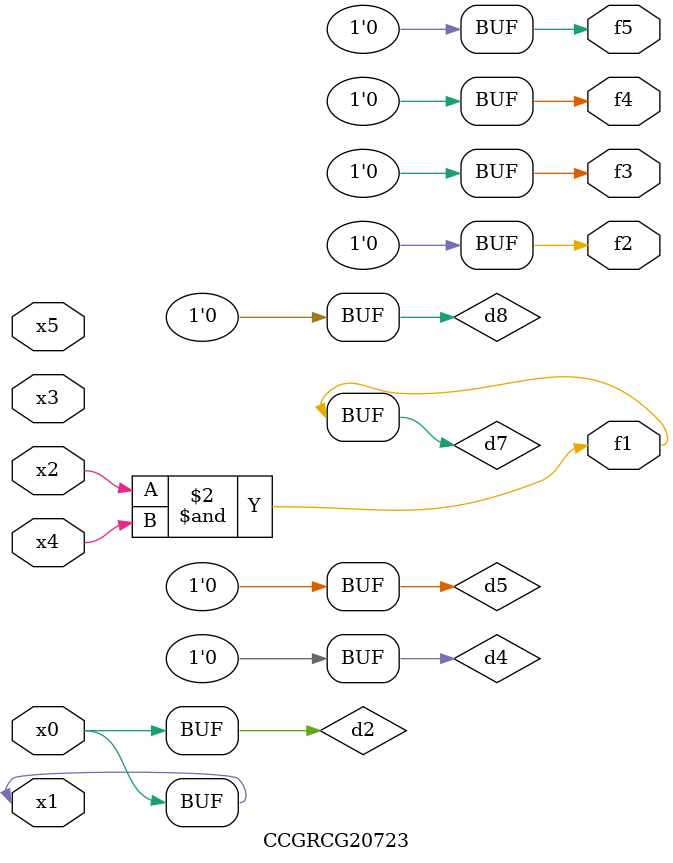
<source format=v>
module CCGRCG20723(
	input x0, x1, x2, x3, x4, x5,
	output f1, f2, f3, f4, f5
);

	wire d1, d2, d3, d4, d5, d6, d7, d8, d9;

	nand (d1, x1);
	buf (d2, x0, x1);
	nand (d3, x2, x4);
	and (d4, d1, d2);
	and (d5, d1, d2);
	nand (d6, d1, d3);
	not (d7, d3);
	xor (d8, d5);
	nor (d9, d5, d6);
	assign f1 = d7;
	assign f2 = d8;
	assign f3 = d8;
	assign f4 = d8;
	assign f5 = d8;
endmodule

</source>
